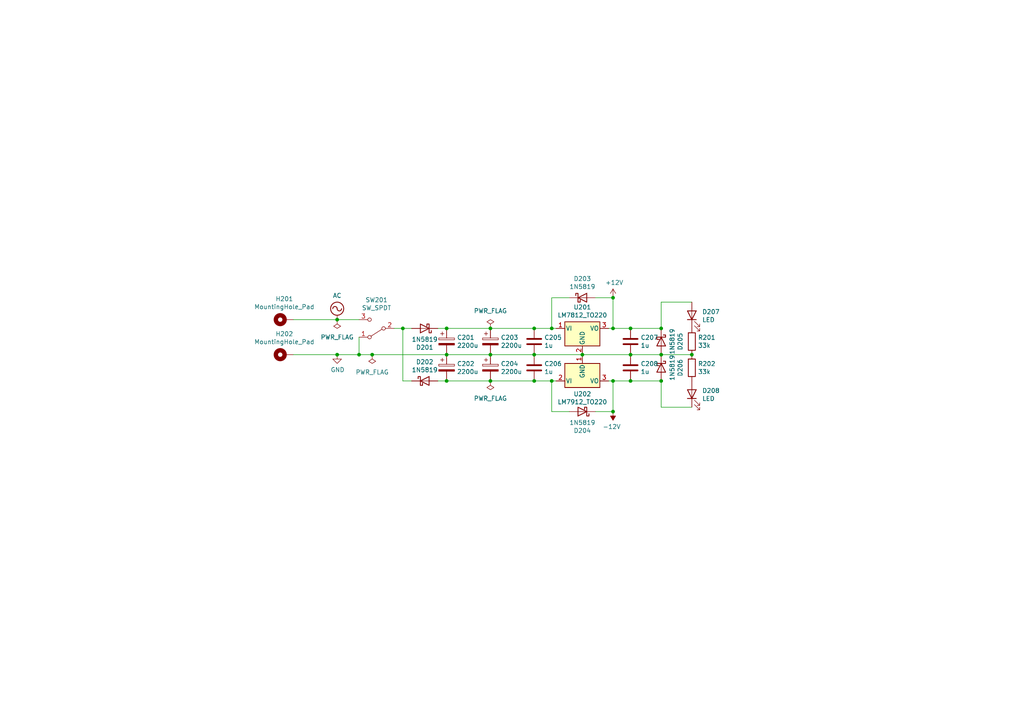
<source format=kicad_sch>
(kicad_sch (version 20211123) (generator eeschema)
  (paper "A4")
  (title_block (title "Drum Machine (Power Supply)") (date "2022-01-01") (rev "1.0"))
  (lib_symbols
    (symbol "Device:C" (pin_numbers hide) (pin_names (offset 0.254))
      (property "Reference" "C" (at 0.635 2.54 0))
      (property "Value" "C" (at 0.635 -2.54 0))
      (symbol "C_0_1"
        (polyline (pts (xy -2.032 -0.762) (xy 2.032 -0.762)) (stroke (width 0.508)))
        (polyline (pts (xy -2.032 0.762) (xy 2.032 0.762)) (stroke (width 0.508)))
      )
      (symbol "C_1_1"
        (pin passive line (at 0 3.81 270) (length 2.794) (name "~") (number "1"))
        (pin passive line (at 0 -3.81 90) (length 2.794) (name "~") (number "2"))
      )
    )
    (symbol "Device:C_Polarized" (pin_numbers hide) (pin_names (offset 0.254))
      (property "Reference" "C" (at 0.635 2.54 0))
      (property "Value" "C_Polarized" (at 0.635 -2.54 0))
      (symbol "C_Polarized_0_1"
        (rectangle (start -2.286 0.508) (end 2.286 1.016))
        (polyline (pts (xy -1.778 2.286) (xy -0.762 2.286)))
        (polyline (pts (xy -1.27 2.794) (xy -1.27 1.778)))
        (rectangle (start 2.286 -0.508) (end -2.286 -1.016) (fill (type outline)))
      )
      (symbol "C_Polarized_1_1"
        (pin passive line (at 0 3.81 270) (length 2.794) (name "~") (number "1"))
        (pin passive line (at 0 -3.81 90) (length 2.794) (name "~") (number "2"))
      )
    )
    (symbol "Device:LED" (pin_numbers hide) (pin_names (offset 1.016) hide)
      (property "Reference" "D" (at 0 2.54 0))
      (property "Value" "LED" (at 0 -2.54 0))
      (symbol "LED_0_1"
        (polyline (pts (xy -1.27 -1.27) (xy -1.27 1.27)) (stroke (width 0.254)))
        (polyline (pts (xy -1.27 0) (xy 1.27 0)))
        (polyline (pts (xy 1.27 -1.27) (xy 1.27 1.27) (xy -1.27 0) (xy 1.27 -1.27)) (stroke (width 0.254)))
        (polyline (pts (xy -3.048 -0.762) (xy -4.572 -2.286) (xy -3.81 -2.286) (xy -4.572 -2.286) (xy -4.572 -1.524)))
        (polyline (pts (xy -1.778 -0.762) (xy -3.302 -2.286) (xy -2.54 -2.286) (xy -3.302 -2.286) (xy -3.302 -1.524)))
      )
      (symbol "LED_1_1"
        (pin passive line (at -3.81 0 0) (length 2.54) (name "K") (number "1"))
        (pin passive line (at 3.81 0 180) (length 2.54) (name "A") (number "2"))
      )
    )
    (symbol "Device:R" (pin_numbers hide) (pin_names (offset 0))
      (property "Reference" "R" (at 2.032 0 90))
      (property "Value" "R" (at 0 0 90))
      (symbol "R_0_1"
        (rectangle (start -1.016 -2.54) (end 1.016 2.54) (stroke (width 0.254)))
      )
      (symbol "R_1_1"
        (pin passive line (at 0 3.81 270) (length 1.27) (name "~") (number "1"))
        (pin passive line (at 0 -3.81 90) (length 1.27) (name "~") (number "2"))
      )
    )
    (symbol "Diode:1N5819" (pin_numbers hide) (pin_names (offset 1.016) hide)
      (property "Reference" "D" (at 0 2.54 0))
      (property "Value" "1N5819" (at 0 -2.54 0))
      (symbol "1N5819_0_1"
        (polyline (pts (xy 1.27 0) (xy -1.27 0)))
        (polyline (pts (xy 1.27 1.27) (xy 1.27 -1.27) (xy -1.27 0) (xy 1.27 1.27)) (stroke (width 0.254)))
        (polyline (pts (xy -1.905 0.635) (xy -1.905 1.27) (xy -1.27 1.27) (xy -1.27 -1.27) (xy -0.635 -1.27) (xy -0.635 -0.635)) (stroke (width 0.254)))
      )
      (symbol "1N5819_1_1"
        (pin passive line (at -3.81 0 0) (length 2.54) (name "K") (number "1"))
        (pin passive line (at 3.81 0 180) (length 2.54) (name "A") (number "2"))
      )
    )
    (symbol "Mechanical:MountingHole_Pad" (pin_numbers hide) (pin_names (offset 1.016) hide)
      (property "Reference" "H" (at 0 6.35 0))
      (property "Value" "MountingHole_Pad" (at 0 4.445 0))
      (symbol "MountingHole_Pad_0_1"
        (circle (center 0 1.27) (radius 1.27) (stroke (width 1.27)))
      )
      (symbol "MountingHole_Pad_1_1"
        (pin input line (at 0 -2.54 90) (length 2.54) (name "1") (number "1"))
      )
    )
    (symbol "Regulator_Linear:LM7812_TO220" (pin_names (offset 0.254))
      (property "Reference" "U" (at -3.81 3.175 0))
      (property "Value" "LM7812_TO220" (at 0 3.175 0))
      (symbol "LM7812_TO220_0_1"
        (rectangle (start -5.08 1.905) (end 5.08 -5.08) (stroke (width 0.254)) (fill (type background)))
      )
      (symbol "LM7812_TO220_1_1"
        (pin power_in line (at -7.62 0 0) (length 2.54) (name "VI") (number "1"))
        (pin power_in line (at 0 -7.62 90) (length 2.54) (name "GND") (number "2"))
        (pin power_out line (at 7.62 0 180) (length 2.54) (name "VO") (number "3"))
      )
    )
    (symbol "Regulator_Linear:LM7912_TO220" (pin_names (offset 0.254))
      (property "Reference" "U" (at -3.81 -3.175 0))
      (property "Value" "LM7912_TO220" (at 0 -3.175 0))
      (symbol "LM7912_TO220_0_1"
        (rectangle (start -5.08 5.08) (end 5.08 -1.905) (stroke (width 0.254)) (fill (type background)))
      )
      (symbol "LM7912_TO220_1_1"
        (pin power_in line (at 0 7.62 270) (length 2.54) (name "GND") (number "1"))
        (pin power_in line (at -7.62 0 0) (length 2.54) (name "VI") (number "2"))
        (pin power_out line (at 7.62 0 180) (length 2.54) (name "VO") (number "3"))
      )
    )
    (symbol "Switch:SW_SPDT" (pin_names (offset 0) hide)
      (property "Reference" "SW" (at 0 4.318 0))
      (property "Value" "SW_SPDT" (at 0 -5.08 0))
      (symbol "SW_SPDT_0_0"
        (circle (center -2.032 0) (radius 0.508))
        (circle (center 2.032 -2.54) (radius 0.508))
      )
      (symbol "SW_SPDT_0_1"
        (polyline (pts (xy -1.524 0.254) (xy 1.651 2.286)))
        (circle (center 2.032 2.54) (radius 0.508))
      )
      (symbol "SW_SPDT_1_1"
        (pin passive line (at 5.08 2.54 180) (length 2.54) (name "A") (number "1"))
        (pin passive line (at -5.08 0 0) (length 2.54) (name "B") (number "2"))
        (pin passive line (at 5.08 -2.54 180) (length 2.54) (name "C") (number "3"))
      )
    )
    (symbol "power:+12V" (power) (pin_names (offset 0))
      (property "Value" "+12V" (at 0 3.556 0))
      (symbol "+12V_0_1"
        (polyline (pts (xy -0.762 1.27) (xy 0 2.54)))
        (polyline (pts (xy 0 0) (xy 0 2.54)))
        (polyline (pts (xy 0 2.54) (xy 0.762 1.27)))
      )
      (symbol "+12V_1_1"
        (pin power_in line (at 0 0 90) (length 0) hide (name "+12V") (number "1"))
      )
    )
    (symbol "power:-12V" (power) (pin_names (offset 0))
      (property "Value" "-12V" (at 0 3.81 0))
      (symbol "-12V_0_0"
        (pin power_in line (at 0 0 90) (length 0) hide (name "-12V") (number "1"))
      )
      (symbol "-12V_0_1"
        (polyline (pts (xy 0 0) (xy 0 1.27) (xy 0.762 1.27) (xy 0 2.54) (xy -0.762 1.27) (xy 0 1.27)) (fill (type outline)))
      )
    )
    (symbol "power:AC" (power) (pin_names (offset 0))
      (property "Value" "AC" (at 0 6.35 0))
      (symbol "AC_0_1"
        (polyline (pts (xy 0 0) (xy 0 1.27)))
        (arc (start 0 3.175) (mid -0.635 3.81) (end -1.27 3.175) (stroke (width 0.254)))
        (arc (start 0 3.175) (mid 0.635 2.54) (end 1.27 3.175) (stroke (width 0.254)))
        (circle (center 0 3.175) (radius 1.905) (stroke (width 0.254)))
      )
      (symbol "AC_1_1"
        (pin power_in line (at 0 0 90) (length 0) hide (name "AC") (number "1"))
      )
    )
    (symbol "power:GND" (power) (pin_names (offset 0))
      (property "Value" "GND" (at 0 -3.81 0))
      (symbol "GND_0_1"
        (polyline (pts (xy 0 0) (xy 0 -1.27) (xy 1.27 -1.27) (xy 0 -2.54) (xy -1.27 -1.27) (xy 0 -1.27)))
      )
      (symbol "GND_1_1"
        (pin power_in line (at 0 0 270) (length 0) hide (name "GND") (number "1"))
      )
    )
    (symbol "power:PWR_FLAG" (power) (pin_numbers hide) (pin_names (offset 0) hide)
      (property "Value" "PWR_FLAG" (at 0 3.81 0))
      (symbol "PWR_FLAG_0_0"
        (pin power_out line (at 0 0 90) (length 0) (name "pwr") (number "1"))
      )
      (symbol "PWR_FLAG_0_1"
        (polyline (pts (xy 0 0) (xy 0 1.27) (xy -1.016 1.905) (xy 0 2.54) (xy 1.016 1.905) (xy 0 1.27)))
      )
    )
  )
  (junction (at 182.88 102.87))
  (junction (at 177.8 95.25))
  (junction (at 97.79 92.71))
  (junction (at 142.24 102.87))
  (junction (at 177.8 119.38))
  (junction (at 177.8 86.36))
  (junction (at 154.94 110.49))
  (junction (at 142.24 95.25))
  (junction (at 182.88 95.25))
  (junction (at 182.88 110.49))
  (junction (at 191.77 95.25))
  (junction (at 154.94 102.87))
  (junction (at 160.02 95.25))
  (junction (at 142.24 110.49))
  (junction (at 191.77 102.87))
  (junction (at 97.79 102.87))
  (junction (at 129.54 110.49))
  (junction (at 168.91 102.87))
  (junction (at 129.54 102.87))
  (junction (at 129.54 95.25))
  (junction (at 160.02 110.49))
  (junction (at 177.8 110.49))
  (junction (at 191.77 110.49))
  (junction (at 154.94 95.25))
  (junction (at 104.14 102.87))
  (junction (at 107.95 102.87))
  (junction (at 116.84 95.25))
  (junction (at 200.66 102.87))
  (wire (pts (xy 129.54 95.25) (xy 142.24 95.25)))
  (wire (pts (xy 160.02 95.25) (xy 161.29 95.25)))
  (wire (pts (xy 176.53 95.25) (xy 177.8 95.25)))
  (wire (pts (xy 160.02 86.36) (xy 165.1 86.36)))
  (wire (pts (xy 104.14 97.79) (xy 104.14 102.87)))
  (wire (pts (xy 191.77 87.63) (xy 200.66 87.63)))
  (wire (pts (xy 154.94 110.49) (xy 160.02 110.49)))
  (wire (pts (xy 154.94 102.87) (xy 168.91 102.87)))
  (wire (pts (xy 116.84 95.25) (xy 116.84 110.49)))
  (wire (pts (xy 172.72 86.36) (xy 177.8 86.36)))
  (wire (pts (xy 177.8 86.36) (xy 177.8 95.25)))
  (wire (pts (xy 114.3 95.25) (xy 116.84 95.25)))
  (wire (pts (xy 107.95 102.87) (xy 129.54 102.87)))
  (wire (pts (xy 129.54 110.49) (xy 142.24 110.49)))
  (wire (pts (xy 104.14 102.87) (xy 107.95 102.87)))
  (wire (pts (xy 191.77 118.11) (xy 200.66 118.11)))
  (wire (pts (xy 142.24 95.25) (xy 154.94 95.25)))
  (wire (pts (xy 177.8 110.49) (xy 182.88 110.49)))
  (wire (pts (xy 129.54 102.87) (xy 142.24 102.87)))
  (wire (pts (xy 160.02 119.38) (xy 165.1 119.38)))
  (wire (pts (xy 116.84 110.49) (xy 119.38 110.49)))
  (wire (pts (xy 127 95.25) (xy 129.54 95.25)))
  (wire (pts (xy 160.02 110.49) (xy 160.02 119.38)))
  (wire (pts (xy 119.38 95.25) (xy 116.84 95.25)))
  (wire (pts (xy 176.53 110.49) (xy 177.8 110.49)))
  (wire (pts (xy 168.91 102.87) (xy 182.88 102.87)))
  (wire (pts (xy 97.79 92.71) (xy 104.14 92.71)))
  (wire (pts (xy 191.77 110.49) (xy 191.77 118.11)))
  (wire (pts (xy 191.77 110.49) (xy 182.88 110.49)))
  (wire (pts (xy 182.88 95.25) (xy 191.77 95.25)))
  (wire (pts (xy 191.77 102.87) (xy 200.66 102.87)))
  (wire (pts (xy 177.8 119.38) (xy 177.8 110.49)))
  (wire (pts (xy 142.24 102.87) (xy 154.94 102.87)))
  (wire (pts (xy 85.09 92.71) (xy 97.79 92.71)))
  (wire (pts (xy 127 110.49) (xy 129.54 110.49)))
  (wire (pts (xy 97.79 102.87) (xy 104.14 102.87)))
  (wire (pts (xy 177.8 95.25) (xy 182.88 95.25)))
  (wire (pts (xy 182.88 102.87) (xy 191.77 102.87)))
  (wire (pts (xy 154.94 95.25) (xy 160.02 95.25)))
  (wire (pts (xy 191.77 95.25) (xy 191.77 87.63)))
  (wire (pts (xy 160.02 95.25) (xy 160.02 86.36)))
  (wire (pts (xy 142.24 110.49) (xy 154.94 110.49)))
  (wire (pts (xy 160.02 110.49) (xy 161.29 110.49)))
  (wire (pts (xy 172.72 119.38) (xy 177.8 119.38)))
  (wire (pts (xy 85.09 102.87) (xy 97.79 102.87)))
  (symbol (lib_id "Regulator_Linear:LM7812_TO220") (at 168.91 95.25 0) (unit 1)
    (property "Reference" "U201" (at 168.91 89.1032 0))
    (property "Value" "LM7812_TO220" (at 168.91 91.4146 0))
    (property "Footprint" "Package_TO_SOT_THT:TO-220-3_Vertical" (effects hide))
    (property "Datasheet" "https://www.onsemi.cn/PowerSolutions/document/MC7800-D.PDF" (effects hide))
  )
  (symbol (lib_id "Regulator_Linear:LM7912_TO220") (at 168.91 110.49 0) (unit 1)
    (property "Reference" "U202" (at 168.91 114.2746 0))
    (property "Value" "LM7912_TO220" (at 168.91 116.586 0))
    (property "Footprint" "Package_TO_SOT_THT:TO-220-3_Vertical" (effects hide))
    (property "Datasheet" "hhttps://www.onsemi.com/pub/Collateral/MC7900-D.PDF" (effects hide))
  )
  (symbol (lib_id "Device:C_Polarized") (at 129.54 99.06 0) (unit 1)
    (property "Reference" "C201" (at 132.5372 97.8916 0) (effects (justify left)))
    (property "Value" "2200u" (at 132.5372 100.203 0) (effects (justify left)))
    (property "Footprint" "Capacitor_THT:CP_Radial_D16.0mm_P7.50mm" (effects hide))
  )
  (symbol (lib_id "Device:C_Polarized") (at 129.54 106.68 0) (unit 1)
    (property "Reference" "C202" (at 132.5372 105.5116 0) (effects (justify left)))
    (property "Value" "2200u" (at 132.5372 107.823 0) (effects (justify left)))
    (property "Footprint" "Capacitor_THT:CP_Radial_D16.0mm_P7.50mm" (effects hide))
  )
  (symbol (lib_id "Device:C_Polarized") (at 142.24 99.06 0) (unit 1)
    (property "Reference" "C203" (at 145.2372 97.8916 0) (effects (justify left)))
    (property "Value" "2200u" (at 145.2372 100.203 0) (effects (justify left)))
    (property "Footprint" "Capacitor_THT:CP_Radial_D16.0mm_P7.50mm" (effects hide))
  )
  (symbol (lib_id "Device:C_Polarized") (at 142.24 106.68 0) (unit 1)
    (property "Reference" "C204" (at 145.2372 105.5116 0) (effects (justify left)))
    (property "Value" "2200u" (at 145.2372 107.823 0) (effects (justify left)))
    (property "Footprint" "Capacitor_THT:CP_Radial_D16.0mm_P7.50mm" (effects hide))
  )
  (symbol (lib_id "Device:C") (at 154.94 99.06 0) (unit 1)
    (property "Reference" "C205" (at 157.861 97.8916 0) (effects (justify left)))
    (property "Value" "1u" (at 157.861 100.203 0) (effects (justify left)))
    (property "Footprint" "Capacitor_THT:C_Disc_D5.0mm_W2.5mm_P5.00mm" (effects hide))
  )
  (symbol (lib_id "Device:C") (at 154.94 106.68 0) (unit 1)
    (property "Reference" "C206" (at 157.861 105.5116 0) (effects (justify left)))
    (property "Value" "1u" (at 157.861 107.823 0) (effects (justify left)))
    (property "Footprint" "Capacitor_THT:C_Disc_D5.0mm_W2.5mm_P5.00mm" (effects hide))
  )
  (symbol (lib_id "Device:C") (at 182.88 99.06 0) (unit 1)
    (property "Reference" "C207" (at 185.801 97.8916 0) (effects (justify left)))
    (property "Value" "1u" (at 185.801 100.203 0) (effects (justify left)))
    (property "Footprint" "Capacitor_THT:C_Disc_D5.0mm_W2.5mm_P5.00mm" (effects hide))
  )
  (symbol (lib_id "Device:C") (at 182.88 106.68 0) (unit 1)
    (property "Reference" "C208" (at 185.801 105.5116 0) (effects (justify left)))
    (property "Value" "1u" (at 185.801 107.823 0) (effects (justify left)))
    (property "Footprint" "Capacitor_THT:C_Disc_D5.0mm_W2.5mm_P5.00mm" (effects hide))
  )
  (symbol (lib_id "Diode:1N5819") (at 168.91 86.36 0) (unit 1)
    (property "Reference" "D203" (at 168.91 80.8482 0))
    (property "Value" "1N5819" (at 168.91 83.1596 0))
    (property "Footprint" "Diode_THT:D_DO-41_SOD81_P10.16mm_Horizontal" (effects hide))
    (property "Datasheet" "http://www.vishay.com/docs/88525/1n5817.pdf" (effects hide))
  )
  (symbol (lib_id "Diode:1N5819") (at 168.91 119.38 180) (unit 1)
    (property "Reference" "D204" (at 168.91 124.8918 0))
    (property "Value" "1N5819" (at 168.91 122.5804 0))
    (property "Footprint" "Diode_THT:D_DO-41_SOD81_P10.16mm_Horizontal" (effects hide))
    (property "Datasheet" "http://www.vishay.com/docs/88525/1n5817.pdf" (effects hide))
  )
  (symbol (lib_id "Diode:1N5819") (at 191.77 99.06 270) (unit 1)
    (property "Reference" "D205" (at 197.2818 99.06 0))
    (property "Value" "1N5819" (at 194.9704 99.06 0))
    (property "Footprint" "Diode_THT:D_DO-41_SOD81_P10.16mm_Horizontal" (effects hide))
    (property "Datasheet" "http://www.vishay.com/docs/88525/1n5817.pdf" (effects hide))
  )
  (symbol (lib_id "Diode:1N5819") (at 191.77 106.68 270) (unit 1)
    (property "Reference" "D206" (at 197.2818 106.68 0))
    (property "Value" "1N5819" (at 194.9704 106.68 0))
    (property "Footprint" "Diode_THT:D_DO-41_SOD81_P10.16mm_Horizontal" (effects hide))
    (property "Datasheet" "http://www.vishay.com/docs/88525/1n5817.pdf" (effects hide))
  )
  (symbol (lib_id "Device:LED") (at 200.66 91.44 90) (unit 1)
    (property "Reference" "D207" (at 203.6572 90.4494 90) (effects (justify right)))
    (property "Value" "LED" (at 203.6572 92.7608 90) (effects (justify right)))
    (property "Footprint" "LED_THT:LED_D5.0mm" (effects hide))
  )
  (symbol (lib_id "Device:R") (at 200.66 99.06 0) (unit 1)
    (property "Reference" "R201" (at 202.438 97.8916 0) (effects (justify left)))
    (property "Value" "33k" (at 202.438 100.203 0) (effects (justify left)))
    (property "Footprint" "Resistor_THT:R_Axial_DIN0207_L6.3mm_D2.5mm_P7.62mm_Horizontal" (effects hide))
  )
  (symbol (lib_id "Device:LED") (at 200.66 114.3 90) (unit 1)
    (property "Reference" "D208" (at 203.6572 113.3094 90) (effects (justify right)))
    (property "Value" "LED" (at 203.6572 115.6208 90) (effects (justify right)))
    (property "Footprint" "LED_THT:LED_D5.0mm" (effects hide))
  )
  (symbol (lib_id "Device:R") (at 200.66 106.68 0) (unit 1)
    (property "Reference" "R202" (at 202.438 105.5116 0) (effects (justify left)))
    (property "Value" "33k" (at 202.438 107.823 0) (effects (justify left)))
    (property "Footprint" "Resistor_THT:R_Axial_DIN0207_L6.3mm_D2.5mm_P7.62mm_Horizontal" (effects hide))
  )
  (symbol (lib_id "Mechanical:MountingHole_Pad") (at 82.55 92.71 90) (unit 1)
    (property "Reference" "H201" (at 82.4738 86.6902 90))
    (property "Value" "MountingHole_Pad" (at 82.4738 89.0016 90))
    (property "Footprint" "Connector_PinSocket_2.54mm:PinSocket_1x01_P2.54mm_Vertical" (effects hide))
  )
  (symbol (lib_id "Mechanical:MountingHole_Pad") (at 82.55 102.87 90) (unit 1)
    (property "Reference" "H202" (at 82.4738 96.8502 90))
    (property "Value" "MountingHole_Pad" (at 82.4738 99.1616 90))
    (property "Footprint" "Connector_PinSocket_2.54mm:PinSocket_1x01_P2.54mm_Vertical" (effects hide))
  )
  (symbol (lib_id "Diode:1N5819") (at 123.19 95.25 180) (unit 1)
    (property "Reference" "D201" (at 123.19 100.7618 0))
    (property "Value" "1N5819" (at 123.19 98.4504 0))
    (property "Footprint" "Diode_THT:D_DO-41_SOD81_P10.16mm_Horizontal" (effects hide))
    (property "Datasheet" "http://www.vishay.com/docs/88525/1n5817.pdf" (effects hide))
  )
  (symbol (lib_id "Diode:1N5819") (at 123.19 110.49 0) (unit 1)
    (property "Reference" "D202" (at 123.19 104.9782 0))
    (property "Value" "1N5819" (at 123.19 107.2896 0))
    (property "Footprint" "Diode_THT:D_DO-41_SOD81_P10.16mm_Horizontal" (effects hide))
    (property "Datasheet" "http://www.vishay.com/docs/88525/1n5817.pdf" (effects hide))
  )
  (symbol (lib_id "Switch:SW_SPDT") (at 109.22 95.25 180) (unit 1)
    (property "Reference" "SW201" (at 109.22 86.995 0))
    (property "Value" "SW_SPDT" (at 109.22 89.3064 0))
    (property "Footprint" "Custom:MTS-102_MTS-103_MTS-112_MTS-113_MTS-123" (effects hide))
  )
  (symbol (lib_id "power:GND") (at 97.79 102.87 0) (unit 1)
    (property "Reference" "#PWR0202" (effects hide))
    (property "Value" "GND" (at 97.917 107.2642 0))
  )
  (symbol (lib_id "power:+12V") (at 177.8 86.36 0) (unit 1)
    (property "Reference" "#PWR0203" (effects hide))
    (property "Value" "+12V" (at 178.181 81.9658 0))
  )
  (symbol (lib_id "power:-12V") (at 177.8 119.38 180) (unit 1)
    (property "Reference" "#PWR0204" (effects hide))
    (property "Value" "-12V" (at 177.419 123.7742 0))
  )
  (symbol (lib_id "power:AC") (at 97.79 92.71 0) (unit 1)
    (property "Reference" "#PWR0201" (effects hide))
    (property "Value" "AC" (at 97.79 85.725 0))
  )
  (symbol (lib_id "power:PWR_FLAG") (at 107.95 102.87 180) (unit 1)
    (property "Reference" "#FLG0202" (effects hide))
    (property "Value" "PWR_FLAG" (at 107.95 107.95 0))
  )
  (symbol (lib_id "power:PWR_FLAG") (at 142.24 110.49 180) (unit 1)
    (property "Reference" "#FLG0204" (effects hide))
    (property "Value" "PWR_FLAG" (at 142.24 115.57 0))
  )
  (symbol (lib_id "power:PWR_FLAG") (at 142.24 95.25 0) (unit 1)
    (property "Reference" "#FLG0203" (effects hide))
    (property "Value" "PWR_FLAG" (at 142.24 90.17 0))
  )
  (symbol (lib_id "power:PWR_FLAG") (at 97.79 92.71 180) (unit 1)
    (property "Reference" "#FLG0201" (effects hide))
    (property "Value" "PWR_FLAG" (at 97.79 97.79 0))
  )
)
</source>
